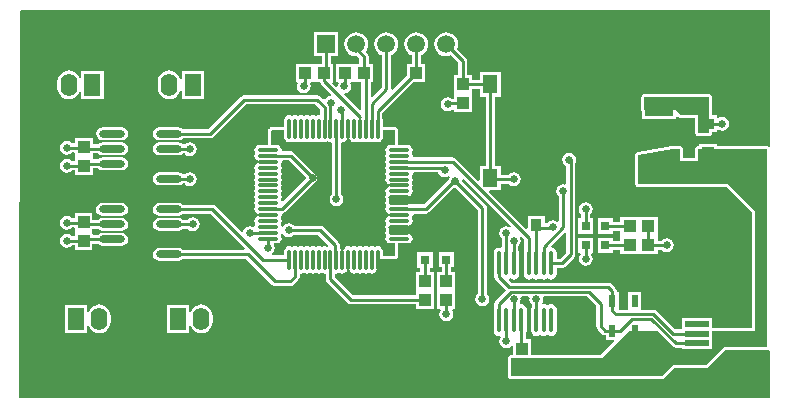
<source format=gtl>
G04*
G04 #@! TF.GenerationSoftware,Altium Limited,Altium Designer,18.1.6 (161)*
G04*
G04 Layer_Physical_Order=1*
G04 Layer_Color=255*
%FSLAX25Y25*%
%MOIN*%
G70*
G01*
G75*
%ADD14C,0.01000*%
%ADD36R,0.09449X0.03937*%
%ADD37R,0.09449X0.12598*%
%ADD38R,0.03937X0.04134*%
%ADD39R,0.04134X0.03937*%
%ADD40R,0.14961X0.09843*%
%ADD41R,0.07874X0.01968*%
%ADD42R,0.02362X0.04331*%
%ADD43R,0.03150X0.03150*%
%ADD44O,0.01378X0.08661*%
%ADD45R,0.03937X0.03740*%
%ADD46R,0.03740X0.03937*%
%ADD47R,0.05118X0.06122*%
%ADD48R,0.03150X0.03150*%
%ADD49O,0.01181X0.07087*%
%ADD50O,0.07087X0.01181*%
%ADD51O,0.08661X0.02362*%
%ADD52C,0.05906*%
%ADD53R,0.05906X0.05906*%
%ADD54O,0.05500X0.07500*%
%ADD55R,0.05500X0.07500*%
%ADD56C,0.02500*%
G36*
X476165Y427151D02*
X475703Y426959D01*
X470410Y432253D01*
X470637Y432733D01*
X471378Y432881D01*
X472122Y433378D01*
X472619Y434122D01*
X472794Y435000D01*
X472619Y435878D01*
X472481Y436086D01*
X472748Y436586D01*
X473820D01*
Y436586D01*
X473985D01*
Y436586D01*
X476165D01*
Y427151D01*
D02*
G37*
G36*
X487500Y415385D02*
X485766D01*
X485145Y415262D01*
X484619Y414911D01*
X484268Y414384D01*
X484144Y413764D01*
X484268Y413143D01*
X484511Y412780D01*
X484268Y412416D01*
X484144Y411795D01*
X484268Y411175D01*
X484511Y410811D01*
X484268Y410447D01*
X484144Y409827D01*
X484268Y409206D01*
X484511Y408843D01*
X484268Y408479D01*
X484144Y407858D01*
X484268Y407238D01*
X484511Y406874D01*
X484268Y406510D01*
X484144Y405890D01*
X484268Y405269D01*
X484511Y404906D01*
X484268Y404542D01*
X484144Y403921D01*
X484268Y403301D01*
X484619Y402774D01*
X485145Y402423D01*
X485766Y402300D01*
X487500D01*
Y401606D01*
X485766D01*
X485145Y401482D01*
X484619Y401131D01*
X484268Y400605D01*
X484144Y399984D01*
X484268Y399364D01*
X484511Y399000D01*
X484268Y398636D01*
X484144Y398016D01*
X484268Y397395D01*
X484511Y397031D01*
X484268Y396668D01*
X484144Y396047D01*
X484268Y395427D01*
X484511Y395063D01*
X484268Y394699D01*
X484144Y394079D01*
X484268Y393458D01*
X484619Y392932D01*
X485145Y392581D01*
X485766Y392457D01*
X487500D01*
Y391763D01*
X485766D01*
X485145Y391640D01*
X484619Y391288D01*
X484268Y390762D01*
X484144Y390142D01*
X484268Y389521D01*
X484511Y389158D01*
X484268Y388794D01*
X484144Y388173D01*
X484268Y387553D01*
X484511Y387189D01*
X484268Y386825D01*
X484144Y386205D01*
X484268Y385584D01*
X484511Y385221D01*
X484268Y384857D01*
X484144Y384236D01*
X484268Y383616D01*
X484619Y383089D01*
X485145Y382738D01*
X485766Y382614D01*
X487500D01*
Y378500D01*
X483254D01*
Y380102D01*
X483130Y380723D01*
X482779Y381249D01*
X482253Y381601D01*
X481632Y381724D01*
X481011Y381601D01*
X480648Y381358D01*
X480284Y381601D01*
X479663Y381724D01*
X479043Y381601D01*
X478679Y381358D01*
X478315Y381601D01*
X477695Y381724D01*
X477074Y381601D01*
X476711Y381358D01*
X476347Y381601D01*
X475726Y381724D01*
X475106Y381601D01*
X474742Y381358D01*
X474378Y381601D01*
X473758Y381724D01*
X473137Y381601D01*
X472774Y381358D01*
X472410Y381601D01*
X471789Y381724D01*
X471169Y381601D01*
X470643Y381249D01*
X470291Y380723D01*
X470168Y380102D01*
Y378500D01*
X469474D01*
Y380102D01*
X469351Y380723D01*
X469004Y381242D01*
Y382023D01*
X468887Y382608D01*
X468556Y383104D01*
X463578Y388081D01*
X463082Y388413D01*
X462497Y388529D01*
X453684D01*
X453622Y388622D01*
X452878Y389120D01*
X452000Y389294D01*
X451122Y389120D01*
X450378Y388622D01*
X450067Y388156D01*
X450008Y388158D01*
X449566Y388307D01*
X449469Y388794D01*
X449226Y389158D01*
X449469Y389521D01*
X449592Y390142D01*
X449469Y390762D01*
X449226Y391126D01*
X449469Y391490D01*
X449592Y392110D01*
X449998Y392633D01*
X450164Y392666D01*
X450660Y392997D01*
X461081Y403419D01*
X461413Y403915D01*
X461529Y404500D01*
X461413Y405085D01*
X461081Y405581D01*
X453786Y412877D01*
X453290Y413208D01*
X452705Y413325D01*
X449899D01*
X449582Y413711D01*
X449592Y413764D01*
X449469Y414384D01*
X449117Y414911D01*
X448591Y415262D01*
X447970Y415385D01*
X446061D01*
X446004Y420144D01*
X446356Y420500D01*
X450483D01*
Y417898D01*
X450606Y417277D01*
X450958Y416751D01*
X451484Y416399D01*
X452104Y416276D01*
X452725Y416399D01*
X453089Y416642D01*
X453452Y416399D01*
X454073Y416276D01*
X454693Y416399D01*
X455057Y416642D01*
X455421Y416399D01*
X456041Y416276D01*
X456662Y416399D01*
X457026Y416642D01*
X457389Y416399D01*
X458010Y416276D01*
X458631Y416399D01*
X458994Y416642D01*
X459358Y416399D01*
X459978Y416276D01*
X460599Y416399D01*
X460963Y416642D01*
X461326Y416399D01*
X461947Y416276D01*
X462568Y416399D01*
X462931Y416642D01*
X463295Y416399D01*
X463915Y416276D01*
X464536Y416399D01*
X464900Y416642D01*
X465263Y416399D01*
X465884Y416276D01*
X465936Y416286D01*
X466323Y415969D01*
Y399037D01*
X466230Y398974D01*
X465733Y398230D01*
X465558Y397352D01*
X465733Y396474D01*
X466230Y395730D01*
X466974Y395233D01*
X467852Y395058D01*
X468730Y395233D01*
X469475Y395730D01*
X469972Y396474D01*
X470146Y397352D01*
X469972Y398230D01*
X469475Y398974D01*
X469382Y399037D01*
Y415969D01*
X469768Y416286D01*
X469821Y416276D01*
X470441Y416399D01*
X470968Y416751D01*
X471319Y417277D01*
X471443Y417898D01*
Y420500D01*
X472136D01*
Y417898D01*
X472260Y417277D01*
X472611Y416751D01*
X473137Y416399D01*
X473758Y416276D01*
X474378Y416399D01*
X474742Y416642D01*
X475106Y416399D01*
X475726Y416276D01*
X476347Y416399D01*
X476711Y416642D01*
X477074Y416399D01*
X477695Y416276D01*
X478315Y416399D01*
X478679Y416642D01*
X479043Y416399D01*
X479663Y416276D01*
X480284Y416399D01*
X480648Y416642D01*
X481011Y416399D01*
X481632Y416276D01*
X482253Y416399D01*
X482779Y416751D01*
X483130Y417277D01*
X483254Y417898D01*
Y420500D01*
X487500D01*
Y415385D01*
D02*
G37*
G36*
X612470Y415156D02*
X611970Y414889D01*
X611890Y414942D01*
X611500Y415020D01*
X594618D01*
Y415870D01*
X588681D01*
Y415020D01*
X588319D01*
X587929Y414942D01*
X587598Y414721D01*
X587377Y414390D01*
X587299Y414000D01*
Y411150D01*
X583401D01*
Y414000D01*
X583324Y414390D01*
X583103Y414721D01*
X582772Y414942D01*
X582382Y415020D01*
X580000D01*
X579914Y415002D01*
X579825Y415004D01*
X568325Y413004D01*
X568220Y412964D01*
X568110Y412942D01*
X568037Y412893D01*
X567954Y412861D01*
X567873Y412783D01*
X567779Y412721D01*
X567730Y412648D01*
X567666Y412587D01*
X567621Y412484D01*
X567558Y412390D01*
X567541Y412304D01*
X567505Y412223D01*
X567502Y412111D01*
X567480Y412000D01*
Y402500D01*
X567558Y402110D01*
X567779Y401779D01*
X568110Y401558D01*
X568500Y401480D01*
X598078D01*
X606480Y393078D01*
Y354520D01*
X592937D01*
Y357634D01*
X583063D01*
Y354029D01*
X580633D01*
X574581Y360081D01*
X574085Y360413D01*
X573500Y360529D01*
X569421D01*
Y366587D01*
X565059D01*
Y360529D01*
X561941D01*
Y366587D01*
X561289D01*
Y366740D01*
X561173Y367325D01*
X560841Y367822D01*
X559581Y369081D01*
X559085Y369413D01*
X558500Y369529D01*
X526133D01*
X525386Y370277D01*
X525456Y370752D01*
X525917Y370991D01*
X526179Y370842D01*
X526367Y370716D01*
X527026Y370585D01*
X527685Y370716D01*
X528243Y371089D01*
X528617Y371648D01*
X528748Y372307D01*
Y379591D01*
X528617Y380250D01*
X528555Y380342D01*
Y381833D01*
X528622Y381878D01*
X529119Y382622D01*
X529294Y383500D01*
X529119Y384378D01*
X528937Y384651D01*
X529326Y384969D01*
X530496Y383799D01*
Y380342D01*
X530435Y380250D01*
X530303Y379591D01*
Y372307D01*
X530435Y371648D01*
X530808Y371089D01*
X531367Y370716D01*
X532026Y370585D01*
X532685Y370716D01*
X532872Y370842D01*
X533276Y371071D01*
X533679Y370842D01*
X533867Y370716D01*
X534526Y370585D01*
X535185Y370716D01*
X535372Y370842D01*
X535776Y371071D01*
X536179Y370842D01*
X536367Y370716D01*
X537026Y370585D01*
X537685Y370716D01*
X537872Y370842D01*
X538276Y371071D01*
X538679Y370842D01*
X538867Y370716D01*
X539526Y370585D01*
X540185Y370716D01*
X540743Y371089D01*
X541117Y371648D01*
X541248Y372307D01*
Y374419D01*
X542949D01*
X543534Y374536D01*
X544030Y374867D01*
X547031Y377869D01*
X547363Y378365D01*
X547479Y378950D01*
Y409412D01*
X547619Y409622D01*
X547794Y410500D01*
X547619Y411378D01*
X547122Y412122D01*
X546378Y412619D01*
X545500Y412794D01*
X544622Y412619D01*
X543878Y412122D01*
X543381Y411378D01*
X543206Y410500D01*
X543381Y409622D01*
X543878Y408878D01*
X544421Y408515D01*
Y402621D01*
X543921Y402210D01*
X543500Y402294D01*
X542622Y402119D01*
X541878Y401622D01*
X541381Y400878D01*
X541206Y400000D01*
X541381Y399122D01*
X541878Y398378D01*
X541971Y398316D01*
Y389932D01*
X541471Y389723D01*
X540878Y390120D01*
X540000Y390294D01*
X539122Y390120D01*
X538378Y389622D01*
X538216Y389380D01*
X537370D01*
Y391645D01*
X531630D01*
Y387644D01*
X531168Y387453D01*
X518793Y399827D01*
X518985Y400289D01*
X522701D01*
Y402471D01*
X525316D01*
X525378Y402378D01*
X526122Y401881D01*
X527000Y401706D01*
X527878Y401881D01*
X528622Y402378D01*
X529119Y403122D01*
X529294Y404000D01*
X529119Y404878D01*
X528622Y405622D01*
X527878Y406119D01*
X527000Y406294D01*
X526122Y406119D01*
X525378Y405622D01*
X525316Y405529D01*
X522701D01*
Y408411D01*
X520671D01*
Y431589D01*
X522701D01*
Y439711D01*
X515583D01*
Y437179D01*
X512968D01*
Y438717D01*
X511529D01*
Y443500D01*
X511413Y444085D01*
X511081Y444582D01*
X508159Y447504D01*
X508351Y447968D01*
X508487Y449000D01*
X508351Y450032D01*
X507953Y450993D01*
X507319Y451819D01*
X506493Y452453D01*
X505532Y452851D01*
X504500Y452987D01*
X503468Y452851D01*
X502507Y452453D01*
X501681Y451819D01*
X501047Y450993D01*
X500649Y450032D01*
X500513Y449000D01*
X500649Y447968D01*
X501047Y447007D01*
X501681Y446181D01*
X502507Y445547D01*
X503468Y445149D01*
X504500Y445013D01*
X505532Y445149D01*
X505996Y445341D01*
X508471Y442867D01*
Y438717D01*
X507031D01*
Y432917D01*
X507031Y432583D01*
X507031Y432083D01*
Y430880D01*
X506237D01*
X505878Y431119D01*
X505000Y431294D01*
X504122Y431119D01*
X503378Y430622D01*
X502881Y429878D01*
X502706Y429000D01*
X502881Y428122D01*
X503378Y427378D01*
X504122Y426881D01*
X505000Y426706D01*
X505878Y426881D01*
X506531Y427317D01*
X506862Y427213D01*
X507031Y427096D01*
Y426284D01*
X512968D01*
Y432083D01*
X512968Y432417D01*
X512968Y432917D01*
Y434120D01*
X515583D01*
Y431589D01*
X517612D01*
Y408411D01*
X515583D01*
Y403691D01*
X515121Y403500D01*
X507713Y410908D01*
X507216Y411240D01*
X506631Y411356D01*
X493600D01*
X493283Y411743D01*
X493293Y411795D01*
X493169Y412416D01*
X492927Y412780D01*
X493169Y413143D01*
X493293Y413764D01*
X493169Y414384D01*
X492818Y414911D01*
X492292Y415262D01*
X491671Y415385D01*
X488520D01*
Y420500D01*
X488442Y420890D01*
X488221Y421221D01*
X487890Y421442D01*
X487500Y421520D01*
X483254D01*
Y423803D01*
X483161Y424267D01*
Y426202D01*
X493545Y436586D01*
X497417D01*
Y442523D01*
X496029D01*
Y445355D01*
X496493Y445547D01*
X497319Y446181D01*
X497953Y447007D01*
X498351Y447968D01*
X498487Y449000D01*
X498351Y450032D01*
X497953Y450993D01*
X497319Y451819D01*
X496493Y452453D01*
X495532Y452851D01*
X494500Y452987D01*
X493468Y452851D01*
X492507Y452453D01*
X491681Y451819D01*
X491047Y450993D01*
X490649Y450032D01*
X490513Y449000D01*
X490649Y447968D01*
X491047Y447007D01*
X491681Y446181D01*
X492507Y445547D01*
X492971Y445355D01*
Y442523D01*
X491284D01*
Y438650D01*
X486516Y433882D01*
X486277Y433940D01*
X486029Y434103D01*
Y445355D01*
X486493Y445547D01*
X487319Y446181D01*
X487953Y447007D01*
X488351Y447968D01*
X488487Y449000D01*
X488351Y450032D01*
X487953Y450993D01*
X487319Y451819D01*
X486493Y452453D01*
X485532Y452851D01*
X484500Y452987D01*
X483468Y452851D01*
X482507Y452453D01*
X481681Y451819D01*
X481047Y450993D01*
X480649Y450032D01*
X480513Y449000D01*
X480649Y447968D01*
X481047Y447007D01*
X481681Y446181D01*
X482507Y445547D01*
X482971Y445355D01*
Y434633D01*
X479686Y431349D01*
X479224Y431540D01*
Y436586D01*
X480119D01*
Y442523D01*
X478582D01*
Y444948D01*
X478465Y445533D01*
X478134Y446029D01*
X477607Y446556D01*
X477953Y447007D01*
X478351Y447968D01*
X478487Y449000D01*
X478351Y450032D01*
X477953Y450993D01*
X477319Y451819D01*
X476493Y452453D01*
X475532Y452851D01*
X474500Y452987D01*
X473468Y452851D01*
X472507Y452453D01*
X471681Y451819D01*
X471047Y450993D01*
X470649Y450032D01*
X470513Y449000D01*
X470649Y447968D01*
X471047Y447007D01*
X471681Y446181D01*
X472507Y445547D01*
X473468Y445149D01*
X474500Y445013D01*
X474786Y445051D01*
X475523Y444314D01*
Y442523D01*
X473985D01*
Y442523D01*
X473820D01*
Y442523D01*
X467686D01*
Y436586D01*
X468323D01*
X468559Y436145D01*
X468381Y435878D01*
X468233Y435137D01*
X467753Y434910D01*
X466545Y436118D01*
X466716Y436531D01*
X466716D01*
Y442469D01*
X466029D01*
Y445047D01*
X468453D01*
Y452953D01*
X460547D01*
Y445047D01*
X462971D01*
Y442469D01*
X460917D01*
X460583Y442469D01*
X460083Y442469D01*
X454284D01*
Y436531D01*
X454787D01*
X455023Y436091D01*
X454881Y435878D01*
X454706Y435000D01*
X454881Y434122D01*
X455378Y433378D01*
X456122Y432881D01*
X457000Y432706D01*
X457878Y432881D01*
X458622Y433378D01*
X459119Y434122D01*
X459294Y435000D01*
X459119Y435878D01*
X459017Y436031D01*
X459270Y436531D01*
X460417Y436531D01*
X460917Y436531D01*
X462184D01*
X462237Y436265D01*
X462568Y435769D01*
X466090Y432247D01*
X465863Y431767D01*
X465122Y431619D01*
X464378Y431122D01*
X464125Y430745D01*
X463482Y430681D01*
X462581Y431581D01*
X462085Y431913D01*
X461500Y432029D01*
X437000D01*
X436415Y431913D01*
X435919Y431581D01*
X425034Y420697D01*
X416764D01*
X416735Y420740D01*
X416013Y421222D01*
X415162Y421391D01*
X408863D01*
X408012Y421222D01*
X407291Y420740D01*
X406809Y420018D01*
X406639Y419167D01*
X406809Y418316D01*
X407291Y417595D01*
X408012Y417113D01*
X408863Y416944D01*
X415162D01*
X416013Y417113D01*
X416735Y417595D01*
X416764Y417638D01*
X425667D01*
X426253Y417754D01*
X426749Y418086D01*
X437634Y428971D01*
X460866D01*
X462386Y427451D01*
Y425732D01*
X461999Y425414D01*
X461947Y425425D01*
X461326Y425301D01*
X460963Y425058D01*
X460599Y425301D01*
X459978Y425425D01*
X459358Y425301D01*
X458994Y425058D01*
X458631Y425301D01*
X458010Y425425D01*
X457389Y425301D01*
X457026Y425058D01*
X456662Y425301D01*
X456041Y425425D01*
X455421Y425301D01*
X455057Y425058D01*
X454693Y425301D01*
X454073Y425425D01*
X453452Y425301D01*
X453089Y425058D01*
X452725Y425301D01*
X452104Y425425D01*
X451484Y425301D01*
X450958Y424950D01*
X450606Y424424D01*
X450483Y423803D01*
Y421520D01*
X446356D01*
X446353Y421519D01*
X446350Y421520D01*
X446158Y421480D01*
X445965Y421442D01*
X445963Y421440D01*
X445960Y421440D01*
X445798Y421330D01*
X445635Y421221D01*
X445633Y421218D01*
X445630Y421217D01*
X445279Y420861D01*
X445277Y420858D01*
X445275Y420857D01*
X445168Y420692D01*
X445060Y420529D01*
X445059Y420526D01*
X445058Y420523D01*
X445022Y420331D01*
X444985Y420138D01*
X444985Y420135D01*
X444985Y420132D01*
X445037Y415741D01*
X444686Y415385D01*
X442065D01*
X441444Y415262D01*
X440918Y414911D01*
X440567Y414384D01*
X440443Y413764D01*
X440567Y413143D01*
X440810Y412780D01*
X440567Y412416D01*
X440443Y411795D01*
X440567Y411175D01*
X440918Y410649D01*
X441444Y410297D01*
X442065Y410174D01*
X447970D01*
X448106Y410201D01*
X448106Y410201D01*
X448319Y409896D01*
X448393Y409756D01*
X448291Y409524D01*
X448209Y409433D01*
X447970Y409480D01*
X442065D01*
X441444Y409356D01*
X440918Y409005D01*
X440567Y408479D01*
X440443Y407858D01*
X440567Y407238D01*
X440810Y406874D01*
X440567Y406510D01*
X440443Y405890D01*
X440567Y405269D01*
X440810Y404906D01*
X440567Y404542D01*
X440443Y403921D01*
X440567Y403301D01*
X440810Y402937D01*
X440567Y402573D01*
X440443Y401953D01*
X440567Y401332D01*
X440810Y400969D01*
X440567Y400605D01*
X440443Y399984D01*
X440567Y399364D01*
X440810Y399000D01*
X440567Y398636D01*
X440443Y398016D01*
X440567Y397395D01*
X440810Y397031D01*
X440567Y396668D01*
X440443Y396047D01*
X440567Y395427D01*
X440810Y395063D01*
X440567Y394699D01*
X440443Y394079D01*
X440567Y393458D01*
X440918Y392932D01*
X441444Y392581D01*
X442065Y392457D01*
X447970D01*
X448089Y392481D01*
X448184Y392378D01*
X448365Y392009D01*
X448251Y391763D01*
X448209Y391716D01*
X447970Y391763D01*
X442065D01*
X441444Y391640D01*
X440918Y391288D01*
X440567Y390762D01*
X440443Y390142D01*
X440567Y389521D01*
X440810Y389158D01*
X440567Y388794D01*
X440473Y388323D01*
X440101Y388100D01*
X439954Y388068D01*
X439878Y388120D01*
X439000Y388294D01*
X438122Y388120D01*
X437378Y387622D01*
X436881Y386878D01*
X436816Y386554D01*
X436274Y386389D01*
X427581Y395081D01*
X427085Y395413D01*
X426500Y395529D01*
X416700D01*
X416671Y395572D01*
X415949Y396055D01*
X415098Y396224D01*
X408799D01*
X407948Y396055D01*
X407227Y395572D01*
X406745Y394851D01*
X406575Y394000D01*
X406745Y393149D01*
X407227Y392427D01*
X407948Y391945D01*
X408799Y391776D01*
X415098D01*
X415949Y391945D01*
X416671Y392427D01*
X416700Y392471D01*
X425867D01*
X437346Y380991D01*
X437154Y380529D01*
X416700D01*
X416671Y380573D01*
X415949Y381055D01*
X415098Y381224D01*
X408799D01*
X407948Y381055D01*
X407227Y380573D01*
X406745Y379851D01*
X406575Y379000D01*
X406745Y378149D01*
X407227Y377428D01*
X407948Y376945D01*
X408799Y376776D01*
X415098D01*
X415949Y376945D01*
X416671Y377428D01*
X416700Y377471D01*
X437866D01*
X446419Y368919D01*
X446915Y368587D01*
X447500Y368471D01*
X452500D01*
X453085Y368587D01*
X453581Y368919D01*
X455154Y370491D01*
X455486Y370988D01*
X455602Y371573D01*
Y372268D01*
X455989Y372586D01*
X456041Y372575D01*
X456662Y372699D01*
X457026Y372942D01*
X457389Y372699D01*
X458010Y372575D01*
X458630Y372699D01*
X458994Y372942D01*
X459358Y372699D01*
X459978Y372575D01*
X460599Y372699D01*
X460963Y372942D01*
X461326Y372699D01*
X461947Y372575D01*
X462567Y372699D01*
X462931Y372942D01*
X463295Y372699D01*
X463915Y372575D01*
X463968Y372586D01*
X464355Y372268D01*
Y370616D01*
X464471Y370031D01*
X464802Y369535D01*
X471568Y362769D01*
X472064Y362437D01*
X472650Y362321D01*
X494428D01*
Y360784D01*
X500365D01*
Y366583D01*
X500365Y366917D01*
X500365Y367417D01*
Y373217D01*
X498926D01*
Y374580D01*
X499971D01*
Y379729D01*
X494822D01*
Y374580D01*
X495867D01*
Y373217D01*
X494428D01*
Y367417D01*
X494428Y367083D01*
X494428Y366583D01*
Y365380D01*
X473283D01*
X467413Y371250D01*
Y372268D01*
X467800Y372586D01*
X467852Y372575D01*
X468473Y372699D01*
X468837Y372942D01*
X469200Y372699D01*
X469821Y372575D01*
X470441Y372699D01*
X470968Y373050D01*
X471319Y373576D01*
X471443Y374197D01*
Y380102D01*
X471383Y380400D01*
X471785Y380678D01*
X472195Y380400D01*
X472136Y380102D01*
Y374197D01*
X472260Y373576D01*
X472611Y373050D01*
X473137Y372699D01*
X473758Y372575D01*
X474378Y372699D01*
X474742Y372942D01*
X475106Y372699D01*
X475726Y372575D01*
X476347Y372699D01*
X476711Y372942D01*
X477074Y372699D01*
X477695Y372575D01*
X478315Y372699D01*
X478679Y372942D01*
X479043Y372699D01*
X479663Y372575D01*
X480284Y372699D01*
X480810Y373050D01*
X481162Y373576D01*
X481285Y374197D01*
Y380102D01*
X481247Y380294D01*
X481643Y380608D01*
X482064Y380483D01*
X482170Y380325D01*
X482234Y380002D01*
Y378500D01*
X482312Y378110D01*
X482533Y377779D01*
X482863Y377558D01*
X483254Y377480D01*
X487500D01*
X487890Y377558D01*
X488221Y377779D01*
X488442Y378110D01*
X488520Y378500D01*
Y382614D01*
X491671D01*
X492292Y382738D01*
X492818Y383089D01*
X493169Y383616D01*
X493293Y384236D01*
X493169Y384857D01*
X492818Y385383D01*
X492292Y385735D01*
X491671Y385858D01*
X485766D01*
X485671Y385839D01*
X485203Y386191D01*
X485186Y386215D01*
X485228Y386427D01*
X485358Y386623D01*
X485510Y386990D01*
Y387388D01*
X485358Y387755D01*
X485213Y388195D01*
X485671Y388539D01*
X485766Y388520D01*
X491671D01*
X492292Y388644D01*
X492818Y388995D01*
X493169Y389521D01*
X493293Y390142D01*
X493169Y390762D01*
X492927Y391126D01*
X493169Y391490D01*
X493293Y392110D01*
X493283Y392163D01*
X493600Y392549D01*
X497579D01*
X498164Y392666D01*
X498660Y392997D01*
X506974Y401311D01*
X507500Y401206D01*
X507609Y401228D01*
X514971Y393866D01*
Y365684D01*
X514878Y365622D01*
X514381Y364878D01*
X514206Y364000D01*
X514381Y363122D01*
X514878Y362378D01*
X515622Y361880D01*
X516500Y361706D01*
X517378Y361880D01*
X518122Y362378D01*
X518619Y363122D01*
X518794Y364000D01*
X518619Y364878D01*
X518122Y365622D01*
X518029Y365684D01*
Y394500D01*
X517913Y395085D01*
X517581Y395581D01*
X509772Y403391D01*
X509794Y403500D01*
X509721Y403867D01*
X510182Y404113D01*
X525969Y388326D01*
X525651Y387937D01*
X525378Y388120D01*
X524500Y388294D01*
X523622Y388120D01*
X522878Y387622D01*
X522381Y386878D01*
X522206Y386000D01*
X522381Y385122D01*
X522878Y384378D01*
X522996Y384299D01*
Y381529D01*
X522496Y381219D01*
X522026Y381313D01*
X521367Y381182D01*
X520808Y380808D01*
X520435Y380250D01*
X520303Y379591D01*
Y372307D01*
X520435Y371648D01*
X520471Y371594D01*
Y371500D01*
X520587Y370915D01*
X520919Y370419D01*
X524337Y367000D01*
X520944Y363607D01*
X520613Y363111D01*
X520496Y362526D01*
Y361444D01*
X520435Y361352D01*
X520303Y360693D01*
Y353409D01*
X520435Y352750D01*
X520808Y352192D01*
X521367Y351818D01*
X522026Y351687D01*
X522365Y351755D01*
X522666Y351305D01*
X522381Y350878D01*
X522206Y350000D01*
X522381Y349122D01*
X522878Y348378D01*
X523622Y347881D01*
X524500Y347706D01*
X525378Y347881D01*
X526122Y348378D01*
X526221Y348526D01*
X526721Y348375D01*
Y345520D01*
X526000D01*
X525610Y345442D01*
X525279Y345221D01*
X525058Y344890D01*
X524980Y344500D01*
Y338500D01*
X525058Y338110D01*
X525279Y337779D01*
X525610Y337558D01*
X526000Y337480D01*
X576500D01*
X576890Y337558D01*
X577221Y337779D01*
X580422Y340980D01*
X591000D01*
X591390Y341058D01*
X591721Y341279D01*
X597422Y346980D01*
X611500D01*
X611890Y347058D01*
X611970Y347111D01*
X612470Y346844D01*
Y331000D01*
X362341D01*
X361988Y331354D01*
X362470Y459942D01*
X362970Y460442D01*
X612470D01*
Y415156D01*
D02*
G37*
G36*
X611500Y348000D02*
X597000D01*
X591000Y342000D01*
X580000D01*
X576500Y338500D01*
X526000D01*
Y344500D01*
X556500D01*
X565500Y353500D01*
X574716D01*
X579947Y348269D01*
X580443Y347937D01*
X581028Y347821D01*
X583063D01*
Y347366D01*
X592937D01*
Y350516D01*
Y353500D01*
X607500D01*
Y393500D01*
X598500Y402500D01*
X568500D01*
Y412000D01*
X580000Y414000D01*
X582382D01*
Y410130D01*
X588319D01*
Y414000D01*
X611500D01*
Y348000D01*
D02*
G37*
G36*
X501881Y406122D02*
X502378Y405378D01*
X503122Y404881D01*
X504000Y404706D01*
X504878Y404881D01*
X505306Y405167D01*
X505667Y404806D01*
X505381Y404378D01*
X505298Y403960D01*
X496945Y395608D01*
X492135D01*
X491671Y395701D01*
X485766D01*
X485671Y395682D01*
X485213Y396025D01*
X485358Y396465D01*
X485510Y396833D01*
Y397230D01*
X485358Y397598D01*
X485213Y398038D01*
X485671Y398381D01*
X485766Y398362D01*
X491671D01*
X492292Y398486D01*
X492818Y398837D01*
X493169Y399364D01*
X493293Y399984D01*
X493169Y400605D01*
X492927Y400969D01*
X493169Y401332D01*
X493293Y401953D01*
X493169Y402573D01*
X492927Y402937D01*
X493169Y403301D01*
X493293Y403921D01*
X493169Y404542D01*
X492927Y404906D01*
X493169Y405269D01*
X493293Y405890D01*
X493283Y405942D01*
X493600Y406329D01*
X501839D01*
X501881Y406122D01*
D02*
G37*
G36*
X457837Y404500D02*
X450049Y396712D01*
X449539Y396826D01*
X449359Y397231D01*
X449469Y397395D01*
X449592Y398016D01*
X449469Y398636D01*
X449226Y399000D01*
X449469Y399364D01*
X449592Y399984D01*
X449469Y400605D01*
X449226Y400969D01*
X449469Y401332D01*
X449592Y401953D01*
X449469Y402573D01*
X449226Y402937D01*
X449469Y403301D01*
X449592Y403921D01*
X449469Y404542D01*
X449226Y404906D01*
X449469Y405269D01*
X449592Y405890D01*
X449469Y406510D01*
X449226Y406874D01*
X449469Y407238D01*
X449592Y407858D01*
X449469Y408479D01*
X449226Y408843D01*
X449469Y409206D01*
X449592Y409827D01*
X449582Y409879D01*
X449899Y410266D01*
X452071D01*
X457837Y404500D01*
D02*
G37*
G36*
X450378Y385378D02*
X451122Y384880D01*
X452000Y384706D01*
X452878Y384880D01*
X453622Y385378D01*
X453684Y385471D01*
X461864D01*
X465112Y382222D01*
X465001Y381680D01*
X464652Y381523D01*
X464536Y381601D01*
X463915Y381724D01*
X463295Y381601D01*
X462931Y381358D01*
X462567Y381601D01*
X461947Y381724D01*
X461326Y381601D01*
X460963Y381358D01*
X460599Y381601D01*
X459978Y381724D01*
X459358Y381601D01*
X458994Y381358D01*
X458630Y381601D01*
X458010Y381724D01*
X457389Y381601D01*
X457026Y381358D01*
X456662Y381601D01*
X456041Y381724D01*
X455421Y381601D01*
X455057Y381358D01*
X454693Y381601D01*
X454073Y381724D01*
X453452Y381601D01*
X453089Y381358D01*
X452725Y381601D01*
X452104Y381724D01*
X451484Y381601D01*
X450958Y381249D01*
X450606Y380723D01*
X450483Y380102D01*
Y378679D01*
X446498D01*
X446491Y379290D01*
X446622Y379378D01*
X447119Y380122D01*
X447294Y381000D01*
X447119Y381878D01*
X446922Y382173D01*
X447158Y382614D01*
X447970D01*
X448591Y382738D01*
X449117Y383089D01*
X449469Y383616D01*
X449592Y384236D01*
X449469Y384857D01*
X449226Y385221D01*
X449469Y385584D01*
X449508Y385780D01*
X450038Y385886D01*
X450378Y385378D01*
D02*
G37*
G36*
X544421Y386140D02*
Y379584D01*
X542315Y377478D01*
X541248D01*
Y379591D01*
X541117Y380250D01*
X540743Y380808D01*
X540185Y381182D01*
X539627Y381292D01*
X539472Y381586D01*
X539430Y381803D01*
X543959Y386331D01*
X544421Y386140D01*
D02*
G37*
G36*
X554471Y361866D02*
Y355000D01*
X554587Y354415D01*
X554919Y353919D01*
X556340Y352497D01*
X556836Y352166D01*
X557421Y352049D01*
X557579D01*
Y350413D01*
X560318D01*
X560509Y349952D01*
X556078Y345520D01*
X532658D01*
Y350653D01*
X531055D01*
Y352658D01*
X531117Y352750D01*
X531248Y353409D01*
Y360693D01*
X531117Y361352D01*
X530743Y361911D01*
X530185Y362284D01*
X529526Y362415D01*
X529206Y362351D01*
X528905Y362801D01*
X529119Y363122D01*
X529294Y364000D01*
X529201Y364471D01*
X529611Y364971D01*
X531889D01*
X532300Y364471D01*
X532206Y364000D01*
X532381Y363122D01*
X532878Y362378D01*
X532996Y362299D01*
Y361444D01*
X532935Y361352D01*
X532803Y360693D01*
Y353409D01*
X532935Y352750D01*
X533308Y352192D01*
X533867Y351818D01*
X534526Y351687D01*
X535185Y351818D01*
X535372Y351944D01*
X535776Y352173D01*
X536179Y351944D01*
X536367Y351818D01*
X537026Y351687D01*
X537685Y351818D01*
X537872Y351944D01*
X538276Y352173D01*
X538679Y351944D01*
X538867Y351818D01*
X539526Y351687D01*
X540185Y351818D01*
X540743Y352192D01*
X541117Y352750D01*
X541248Y353409D01*
Y360693D01*
X541117Y361352D01*
X540743Y361911D01*
X540185Y362284D01*
X539526Y362415D01*
X538867Y362284D01*
X538679Y362158D01*
X538276Y361929D01*
X537872Y362158D01*
X537685Y362284D01*
X537026Y362415D01*
X536706Y362351D01*
X536405Y362801D01*
X536619Y363122D01*
X536794Y364000D01*
X536700Y364471D01*
X537111Y364971D01*
X551367D01*
X554471Y361866D01*
D02*
G37*
%LPC*%
G36*
X412126Y440282D02*
X411147Y440154D01*
X410235Y439776D01*
X409451Y439175D01*
X408850Y438391D01*
X408472Y437479D01*
X408344Y436500D01*
Y434500D01*
X408472Y433521D01*
X408850Y432609D01*
X409451Y431825D01*
X410235Y431224D01*
X411147Y430847D01*
X412126Y430718D01*
X413105Y430847D01*
X414017Y431224D01*
X414801Y431825D01*
X415402Y432609D01*
X415779Y433521D01*
X416250Y433412D01*
Y430750D01*
X423750D01*
Y440250D01*
X416250D01*
Y437588D01*
X415779Y437479D01*
X415402Y438391D01*
X414801Y439175D01*
X414017Y439776D01*
X413105Y440154D01*
X412126Y440282D01*
D02*
G37*
G36*
X378626D02*
X377647Y440154D01*
X376735Y439776D01*
X375952Y439175D01*
X375350Y438391D01*
X374973Y437479D01*
X374844Y436500D01*
Y434500D01*
X374973Y433521D01*
X375350Y432609D01*
X375952Y431825D01*
X376735Y431224D01*
X377647Y430847D01*
X378626Y430718D01*
X379605Y430847D01*
X380517Y431224D01*
X381300Y431825D01*
X381902Y432609D01*
X382279Y433521D01*
X382750Y433412D01*
Y430750D01*
X390250D01*
Y440250D01*
X382750D01*
Y437588D01*
X382279Y437479D01*
X381902Y438391D01*
X381300Y439175D01*
X380517Y439776D01*
X379605Y440154D01*
X378626Y440282D01*
D02*
G37*
G36*
X592000Y432520D02*
X570500D01*
X570110Y432442D01*
X569779Y432221D01*
X569558Y431890D01*
X569480Y431500D01*
Y427000D01*
X569558Y426610D01*
X569693Y426408D01*
Y424087D01*
X581142D01*
Y424763D01*
X581604Y424954D01*
X581909Y424649D01*
X582240Y424428D01*
X582630Y424351D01*
X587299D01*
Y419681D01*
X587377Y419291D01*
X587598Y418960D01*
X587779Y418779D01*
X588110Y418558D01*
X588500Y418480D01*
X592000D01*
X592390Y418558D01*
X592721Y418779D01*
X592942Y419110D01*
X593020Y419500D01*
Y419630D01*
X594618D01*
Y420450D01*
X595118Y420717D01*
X595622Y420381D01*
X596500Y420206D01*
X597378Y420381D01*
X598122Y420878D01*
X598619Y421622D01*
X598794Y422500D01*
X598619Y423378D01*
X598122Y424122D01*
X597378Y424619D01*
X596500Y424794D01*
X595622Y424619D01*
X595118Y424283D01*
X594618Y424550D01*
Y425370D01*
X593020D01*
Y431500D01*
X592942Y431890D01*
X592721Y432221D01*
X592390Y432442D01*
X592000Y432520D01*
D02*
G37*
G36*
X396265Y421391D02*
X389966D01*
X389114Y421222D01*
X388393Y420740D01*
X387911Y420018D01*
X387742Y419167D01*
X387911Y418316D01*
X388393Y417595D01*
X389114Y417113D01*
X389966Y416944D01*
X396265D01*
X397116Y417113D01*
X397837Y417595D01*
X398319Y418316D01*
X398489Y419167D01*
X398319Y420018D01*
X397837Y420740D01*
X397116Y421222D01*
X396265Y421391D01*
D02*
G37*
G36*
X386618Y417884D02*
X380681D01*
Y416029D01*
X379684D01*
X379622Y416122D01*
X378878Y416619D01*
X378000Y416794D01*
X377122Y416619D01*
X376378Y416122D01*
X375881Y415378D01*
X375706Y414500D01*
X375881Y413622D01*
X376378Y412878D01*
X377122Y412381D01*
X378000Y412206D01*
X378878Y412381D01*
X379622Y412878D01*
X379684Y412971D01*
X380328D01*
X380681Y412617D01*
X380681Y411750D01*
X380681Y411250D01*
Y410029D01*
X379684D01*
X379622Y410122D01*
X378878Y410619D01*
X378000Y410794D01*
X377122Y410619D01*
X376378Y410122D01*
X375881Y409378D01*
X375706Y408500D01*
X375881Y407622D01*
X376378Y406878D01*
X377122Y406381D01*
X378000Y406206D01*
X378878Y406381D01*
X379622Y406878D01*
X379684Y406971D01*
X380681D01*
Y405451D01*
X386618D01*
Y407638D01*
X388364D01*
X388393Y407595D01*
X389114Y407113D01*
X389966Y406944D01*
X396265D01*
X397116Y407113D01*
X397837Y407595D01*
X398319Y408316D01*
X398489Y409167D01*
X398319Y410018D01*
X397837Y410740D01*
X397116Y411222D01*
X396265Y411391D01*
X389966D01*
X389114Y411222D01*
X388393Y410740D01*
X388364Y410697D01*
X386972D01*
X386618Y411050D01*
X386618Y411585D01*
X386618Y412085D01*
Y412638D01*
X388364D01*
X388393Y412595D01*
X389114Y412113D01*
X389966Y411943D01*
X396265D01*
X397116Y412113D01*
X397837Y412595D01*
X398319Y413316D01*
X398489Y414167D01*
X398319Y415018D01*
X397837Y415740D01*
X397116Y416222D01*
X396265Y416391D01*
X389966D01*
X389114Y416222D01*
X388393Y415740D01*
X388364Y415697D01*
X386618D01*
Y417884D01*
D02*
G37*
G36*
X415162Y416391D02*
X408863D01*
X408012Y416222D01*
X407291Y415740D01*
X406809Y415018D01*
X406639Y414167D01*
X406809Y413316D01*
X407291Y412595D01*
X408012Y412113D01*
X408863Y411943D01*
X415162D01*
X416013Y412113D01*
X416735Y412595D01*
X416740Y412603D01*
X417228D01*
X417378Y412378D01*
X418122Y411881D01*
X419000Y411706D01*
X419878Y411881D01*
X420622Y412378D01*
X421119Y413122D01*
X421294Y414000D01*
X421119Y414878D01*
X420622Y415622D01*
X419878Y416119D01*
X419000Y416294D01*
X418122Y416119D01*
X417489Y415697D01*
X416764D01*
X416735Y415740D01*
X416013Y416222D01*
X415162Y416391D01*
D02*
G37*
G36*
Y406391D02*
X408863D01*
X408012Y406222D01*
X407291Y405740D01*
X406809Y405018D01*
X406639Y404167D01*
X406809Y403316D01*
X407291Y402595D01*
X408012Y402113D01*
X408863Y401943D01*
X415162D01*
X416013Y402113D01*
X416735Y402595D01*
X416740Y402603D01*
X417228D01*
X417378Y402378D01*
X418122Y401881D01*
X419000Y401706D01*
X419878Y401881D01*
X420622Y402378D01*
X421119Y403122D01*
X421294Y404000D01*
X421119Y404878D01*
X420622Y405622D01*
X419878Y406119D01*
X419000Y406294D01*
X418122Y406119D01*
X417489Y405697D01*
X416764D01*
X416735Y405740D01*
X416013Y406222D01*
X415162Y406391D01*
D02*
G37*
G36*
X396201Y396224D02*
X389902D01*
X389051Y396055D01*
X388329Y395572D01*
X387847Y394851D01*
X387678Y394000D01*
X387847Y393149D01*
X388329Y392427D01*
X389051Y391945D01*
X389902Y391776D01*
X396201D01*
X397052Y391945D01*
X397773Y392427D01*
X398255Y393149D01*
X398425Y394000D01*
X398255Y394851D01*
X397773Y395572D01*
X397052Y396055D01*
X396201Y396224D01*
D02*
G37*
G36*
X386554Y392717D02*
X380617D01*
Y391029D01*
X379684D01*
X379622Y391122D01*
X378878Y391619D01*
X378000Y391794D01*
X377122Y391619D01*
X376378Y391122D01*
X375881Y390378D01*
X375706Y389500D01*
X375881Y388622D01*
X376378Y387878D01*
X377122Y387381D01*
X378000Y387206D01*
X378878Y387381D01*
X379622Y387878D01*
X379684Y387971D01*
X380264D01*
X380617Y387617D01*
X380617Y386583D01*
X380617Y386083D01*
Y385029D01*
X379684D01*
X379622Y385122D01*
X378878Y385619D01*
X378000Y385794D01*
X377122Y385619D01*
X376378Y385122D01*
X375881Y384378D01*
X375706Y383500D01*
X375881Y382622D01*
X376378Y381878D01*
X377122Y381381D01*
X378000Y381206D01*
X378878Y381381D01*
X379622Y381878D01*
X379684Y381971D01*
X380617D01*
Y380283D01*
X386554D01*
Y382471D01*
X388300D01*
X388329Y382428D01*
X389051Y381945D01*
X389902Y381776D01*
X396201D01*
X397052Y381945D01*
X397773Y382428D01*
X398255Y383149D01*
X398425Y384000D01*
X398255Y384851D01*
X397773Y385573D01*
X397052Y386055D01*
X396201Y386224D01*
X389902D01*
X389051Y386055D01*
X388329Y385573D01*
X388300Y385529D01*
X386908D01*
X386554Y385883D01*
X386554Y386417D01*
X386554Y386917D01*
Y387471D01*
X388300D01*
X388329Y387427D01*
X389051Y386945D01*
X389902Y386776D01*
X396201D01*
X397052Y386945D01*
X397773Y387427D01*
X398255Y388149D01*
X398425Y389000D01*
X398255Y389851D01*
X397773Y390573D01*
X397052Y391055D01*
X396201Y391224D01*
X389902D01*
X389051Y391055D01*
X388329Y390573D01*
X388300Y390529D01*
X386554D01*
Y392717D01*
D02*
G37*
G36*
X420000Y391294D02*
X419122Y391120D01*
X418378Y390622D01*
X418316Y390529D01*
X416700D01*
X416671Y390573D01*
X415949Y391055D01*
X415098Y391224D01*
X408799D01*
X407948Y391055D01*
X407227Y390573D01*
X406745Y389851D01*
X406575Y389000D01*
X406745Y388149D01*
X407227Y387427D01*
X407948Y386945D01*
X408799Y386776D01*
X415098D01*
X415949Y386945D01*
X416671Y387427D01*
X416700Y387471D01*
X418316D01*
X418378Y387378D01*
X419122Y386880D01*
X420000Y386706D01*
X420878Y386880D01*
X421622Y387378D01*
X422119Y388122D01*
X422294Y389000D01*
X422119Y389878D01*
X421622Y390622D01*
X420878Y391120D01*
X420000Y391294D01*
D02*
G37*
G36*
X568807Y391365D02*
X568307Y391365D01*
X562508D01*
Y389926D01*
X560047D01*
Y390971D01*
X554898D01*
Y385822D01*
X560047D01*
Y386867D01*
X562508D01*
Y385469D01*
X562508Y385428D01*
Y384968D01*
X562508Y384928D01*
Y383529D01*
X560047D01*
Y384575D01*
X554898D01*
Y379425D01*
X560047D01*
Y380471D01*
X562508D01*
Y379031D01*
X568307D01*
X568642Y379031D01*
X569142Y379031D01*
X574941D01*
Y380471D01*
X576316D01*
X576378Y380378D01*
X577122Y379880D01*
X578000Y379706D01*
X578878Y379880D01*
X579622Y380378D01*
X580119Y381122D01*
X580294Y382000D01*
X580119Y382878D01*
X579622Y383622D01*
X578878Y384120D01*
X578000Y384294D01*
X577122Y384120D01*
X576378Y383622D01*
X576316Y383529D01*
X574941D01*
Y384968D01*
X574941D01*
Y385428D01*
X574941D01*
Y391365D01*
X569142D01*
X568807Y391365D01*
D02*
G37*
G36*
X551000Y396294D02*
X550122Y396119D01*
X549378Y395622D01*
X548881Y394878D01*
X548706Y394000D01*
X548881Y393122D01*
X549378Y392378D01*
X549447Y392332D01*
Y390971D01*
X548402D01*
Y385822D01*
X553551D01*
Y390971D01*
X552506D01*
Y392300D01*
X552622Y392378D01*
X553119Y393122D01*
X553294Y394000D01*
X553119Y394878D01*
X552622Y395622D01*
X551878Y396119D01*
X551000Y396294D01*
D02*
G37*
G36*
X553551Y384575D02*
X548402D01*
Y379425D01*
X549000D01*
X549246Y378925D01*
X548881Y378378D01*
X548706Y377500D01*
X548881Y376622D01*
X549378Y375878D01*
X550122Y375380D01*
X551000Y375206D01*
X551878Y375380D01*
X552622Y375878D01*
X553119Y376622D01*
X553294Y377500D01*
X553119Y378378D01*
X552754Y378925D01*
X553000Y379425D01*
X553551D01*
Y384575D01*
D02*
G37*
G36*
X422874Y362282D02*
X421895Y362154D01*
X420983Y361776D01*
X420199Y361175D01*
X419598Y360391D01*
X419220Y359479D01*
X418750Y359588D01*
Y362250D01*
X411250D01*
Y352750D01*
X418750D01*
Y355412D01*
X419220Y355521D01*
X419598Y354609D01*
X420199Y353825D01*
X420983Y353224D01*
X421895Y352847D01*
X422874Y352718D01*
X423853Y352847D01*
X424765Y353224D01*
X425549Y353825D01*
X426150Y354609D01*
X426528Y355521D01*
X426656Y356500D01*
Y358500D01*
X426528Y359479D01*
X426150Y360391D01*
X425549Y361175D01*
X424765Y361776D01*
X423853Y362154D01*
X422874Y362282D01*
D02*
G37*
G36*
X388874D02*
X387895Y362154D01*
X386983Y361776D01*
X386199Y361175D01*
X385598Y360391D01*
X385221Y359479D01*
X384750Y359588D01*
Y362250D01*
X377250D01*
Y352750D01*
X384750D01*
Y355412D01*
X385221Y355521D01*
X385598Y354609D01*
X386199Y353825D01*
X386983Y353224D01*
X387895Y352847D01*
X388874Y352718D01*
X389853Y352847D01*
X390765Y353224D01*
X391548Y353825D01*
X392150Y354609D01*
X392528Y355521D01*
X392656Y356500D01*
Y358500D01*
X392528Y359479D01*
X392150Y360391D01*
X391548Y361175D01*
X390765Y361776D01*
X389853Y362154D01*
X388874Y362282D01*
D02*
G37*
G36*
X507075Y379827D02*
X501925D01*
Y374677D01*
X502971D01*
Y373217D01*
X501532D01*
Y367417D01*
X501532Y367083D01*
X501532Y366583D01*
Y360784D01*
X502384D01*
X502652Y360283D01*
X502381Y359878D01*
X502206Y359000D01*
X502381Y358122D01*
X502878Y357378D01*
X503622Y356880D01*
X504500Y356706D01*
X505378Y356880D01*
X506122Y357378D01*
X506619Y358122D01*
X506794Y359000D01*
X506619Y359878D01*
X506349Y360283D01*
X506616Y360784D01*
X507469D01*
Y366583D01*
X507469Y366917D01*
X507469Y367417D01*
Y373217D01*
X506029D01*
Y374677D01*
X507075D01*
Y379827D01*
D02*
G37*
%LPD*%
G36*
X592000Y424029D02*
X591650D01*
X591064Y423913D01*
X590568Y423581D01*
X590237Y423085D01*
X590120Y422500D01*
X590237Y421915D01*
X590568Y421419D01*
X591064Y421087D01*
X591650Y420971D01*
X592000D01*
Y419500D01*
X588500D01*
X588319Y419681D01*
Y425370D01*
X582630D01*
X581000Y427000D01*
X570500D01*
Y431500D01*
X592000D01*
Y424029D01*
D02*
G37*
D14*
X494350Y439554D02*
X494500Y439704D01*
X481632Y426836D02*
X494350Y439554D01*
X481632Y420850D02*
Y426836D01*
X558500Y368000D02*
X559760Y366740D01*
X525500Y368000D02*
X558500D01*
X522000Y371500D02*
X525500Y368000D01*
X552000Y366500D02*
X556000Y362500D01*
X526000Y366500D02*
X552000D01*
X522026Y362526D02*
X526000Y366500D01*
X506631Y409827D02*
X532026Y384432D01*
X488719Y409827D02*
X506631D01*
X532026Y375949D02*
Y384432D01*
X534526Y375949D02*
Y387825D01*
X534500Y387850D02*
X534526Y387825D01*
X527000Y383500D02*
X527026Y383474D01*
X524526Y375949D02*
Y386500D01*
X527026Y375949D02*
Y383474D01*
X452000Y387000D02*
X462497D01*
X467474Y382023D01*
X469500Y427000D02*
X469821Y426679D01*
Y420850D02*
Y426679D01*
X470500Y435000D02*
X470753Y435253D01*
Y439554D01*
X457000Y435000D02*
X457350Y435350D01*
Y439500D01*
X505000Y429000D02*
X505350Y429350D01*
X510000D01*
X411949Y389000D02*
X420000D01*
X418833Y414167D02*
X419000Y414000D01*
X412013Y414167D02*
X418833D01*
X591650Y422500D02*
X596500D01*
X504500Y359000D02*
Y363850D01*
X467474Y377528D02*
Y382023D01*
Y377528D02*
X467852Y377150D01*
X467852Y397352D02*
Y420850D01*
X516500Y364000D02*
Y394500D01*
X507500Y403500D02*
X516500Y394500D01*
X507000Y403500D02*
X507500D01*
X497579Y394079D02*
X507000Y403500D01*
X488719Y394079D02*
X497579D01*
X445018D02*
X449579D01*
X460000Y404500D01*
X452705Y411795D02*
X460000Y404500D01*
X445018Y411795D02*
X452705D01*
X571874Y382000D02*
X578000D01*
X571874D02*
Y388397D01*
X445000Y381000D02*
X445018Y381018D01*
Y384236D01*
X439000Y386000D02*
X439205Y386205D01*
X445018D01*
X426500Y394000D02*
X443350Y377150D01*
X452104D01*
X537026Y381561D02*
X543500Y388035D01*
X537026Y375949D02*
Y381561D01*
X542949Y375949D02*
X545950Y378950D01*
Y410050D01*
X545500Y410500D02*
X545950Y410050D01*
X543500Y388035D02*
Y400000D01*
X534500Y387850D02*
X539850D01*
X540000Y388000D01*
X550976Y393976D02*
X551000Y394000D01*
X550976Y388397D02*
Y393976D01*
Y377524D02*
X551000Y377500D01*
X550976Y377524D02*
Y382000D01*
X503142Y407858D02*
X504000Y407000D01*
X488719Y407858D02*
X503142D01*
X539526Y375949D02*
X542949D01*
X534526Y357051D02*
Y363974D01*
X534500Y364000D02*
X534526Y363974D01*
X524500Y350000D02*
X524526Y350026D01*
Y357051D01*
X559760Y353579D02*
X562479D01*
X566401Y357500D01*
X572879D01*
X581028Y349350D01*
X588000D01*
X580000Y352500D02*
X588000D01*
X573500Y359000D02*
X580000Y352500D01*
X561000Y359000D02*
X573500D01*
X559760Y360240D02*
X561000Y359000D01*
X559760Y360240D02*
Y363421D01*
X519142Y404350D02*
X519492Y404000D01*
X527000D01*
Y364000D02*
X527026Y363974D01*
Y357051D02*
Y363974D01*
X557421Y353579D02*
X559760D01*
X556000Y355000D02*
X557421Y353579D01*
X556000Y355000D02*
Y362500D01*
X522026Y357051D02*
Y362526D01*
X522000Y371500D02*
Y375138D01*
X559760Y363421D02*
Y366740D01*
X565575Y388397D02*
X565575Y388397D01*
X557473Y388397D02*
X565575D01*
X557473Y382000D02*
X565575D01*
X529526Y347750D02*
X529690Y347586D01*
X529526Y347750D02*
Y357051D01*
X463650Y436850D02*
X475726Y424774D01*
X463650Y436850D02*
Y439500D01*
X461500Y430500D02*
X463915Y428085D01*
Y420850D02*
Y428085D01*
X477052Y439554D02*
X477695Y438911D01*
Y420850D02*
Y438911D01*
X479663Y420850D02*
Y429163D01*
X484500Y434000D01*
Y449000D01*
X504500D02*
X510000Y443500D01*
Y435650D02*
Y443500D01*
X519142Y404350D02*
Y435650D01*
X519142Y435650D02*
X519142Y435650D01*
X510000Y435650D02*
X519142D01*
X494500Y439704D02*
Y449000D01*
X477052Y439554D02*
Y444948D01*
X474500Y447500D02*
X477052Y444948D01*
X474500Y447500D02*
Y449000D01*
X463650Y439500D02*
X464500Y440350D01*
Y449000D01*
X378000Y414500D02*
X383333D01*
X378000Y408500D02*
X383632D01*
X383436Y383500D02*
X383586Y383350D01*
X378000Y383500D02*
X383436D01*
X383436Y389500D02*
X383586Y389650D01*
X378000Y389500D02*
X383436D01*
X418833Y404167D02*
X419000Y404000D01*
X412013Y404167D02*
X418833D01*
X465884Y429384D02*
X466000Y429500D01*
X465884Y420850D02*
Y429384D01*
X412013Y419167D02*
X425667D01*
X437000Y430500D01*
X461500D01*
X472650Y363850D02*
X497397D01*
X465884Y370616D02*
X472650Y363850D01*
X465884Y370616D02*
Y377150D01*
X438500Y379000D02*
X447500Y370000D01*
X452500D01*
X454073Y371573D01*
Y377150D01*
X411949Y379000D02*
X438500D01*
X411949Y394000D02*
X426500D01*
X384235Y384000D02*
X393051D01*
X384235Y389000D02*
X393051D01*
X383650Y408518D02*
X384299Y409167D01*
X393115D01*
X384299Y414167D02*
X393115D01*
X504500Y370150D02*
Y377252D01*
X497397Y370150D02*
Y377154D01*
D36*
X575417Y408945D02*
D03*
Y418000D02*
D03*
Y427055D02*
D03*
D37*
X552583Y418000D02*
D03*
D38*
X383586Y389650D02*
D03*
Y383350D02*
D03*
X529690Y347586D02*
D03*
Y341286D02*
D03*
X510000Y435650D02*
D03*
Y429350D02*
D03*
X504500Y370150D02*
D03*
Y363850D02*
D03*
X497397Y370150D02*
D03*
Y363850D02*
D03*
X383650Y408518D02*
D03*
Y414817D02*
D03*
D39*
X500650Y439554D02*
D03*
X494350D02*
D03*
X477052D02*
D03*
X470753D02*
D03*
X463650Y439500D02*
D03*
X457350D02*
D03*
X565575Y388397D02*
D03*
X571874D02*
D03*
X565575Y382000D02*
D03*
X571874D02*
D03*
D40*
X597843Y369035D02*
D03*
Y335965D02*
D03*
D41*
X588000Y352500D02*
D03*
Y349350D02*
D03*
Y346201D02*
D03*
Y355650D02*
D03*
Y358799D02*
D03*
D42*
X567240Y363421D02*
D03*
X563500D02*
D03*
X559760D02*
D03*
Y353579D02*
D03*
X567240D02*
D03*
D43*
X557473Y382000D02*
D03*
X550976D02*
D03*
X557473Y388397D02*
D03*
X550976D02*
D03*
D44*
X539526Y375949D02*
D03*
X537026D02*
D03*
X534526D02*
D03*
X532026D02*
D03*
X529526D02*
D03*
X527026D02*
D03*
X524526D02*
D03*
X522026D02*
D03*
X539526Y357051D02*
D03*
X537026D02*
D03*
X534526D02*
D03*
X532026D02*
D03*
X529526D02*
D03*
X527026D02*
D03*
X524526D02*
D03*
X522026D02*
D03*
D45*
X585350Y413000D02*
D03*
X591650D02*
D03*
X585350Y422500D02*
D03*
X591650D02*
D03*
D46*
X536793Y347586D02*
D03*
Y341286D02*
D03*
X543897Y347586D02*
D03*
Y341286D02*
D03*
X534500Y394975D02*
D03*
Y388676D02*
D03*
D47*
X519142Y435650D02*
D03*
X536858D02*
D03*
X519142Y404350D02*
D03*
X536858D02*
D03*
D48*
X504500Y377252D02*
D03*
Y383748D02*
D03*
X497397Y377154D02*
D03*
Y383651D02*
D03*
D49*
X452104Y420850D02*
D03*
X454073D02*
D03*
X456041Y420850D02*
D03*
X458010Y420850D02*
D03*
X459978D02*
D03*
X461947D02*
D03*
X463915Y420850D02*
D03*
X465884D02*
D03*
X467852Y420850D02*
D03*
X469821D02*
D03*
X471789D02*
D03*
X473758D02*
D03*
X475726D02*
D03*
X477695D02*
D03*
X479663D02*
D03*
X481632D02*
D03*
X481632Y377150D02*
D03*
X479663D02*
D03*
X477695Y377150D02*
D03*
X475726Y377150D02*
D03*
X473758D02*
D03*
X471789D02*
D03*
X469821D02*
D03*
X467852D02*
D03*
X465884D02*
D03*
X463915D02*
D03*
X461947D02*
D03*
X459978D02*
D03*
X458010D02*
D03*
X456041D02*
D03*
X454073D02*
D03*
X452104D02*
D03*
D50*
X488719Y413764D02*
D03*
X488719Y411795D02*
D03*
Y409827D02*
D03*
X488719Y407858D02*
D03*
X488719Y405890D02*
D03*
Y403921D02*
D03*
Y401953D02*
D03*
Y399984D02*
D03*
Y398016D02*
D03*
Y396047D02*
D03*
Y394079D02*
D03*
Y392110D02*
D03*
Y390142D02*
D03*
X488719Y388173D02*
D03*
X488719Y386205D02*
D03*
Y384236D02*
D03*
X445018D02*
D03*
X445018Y386205D02*
D03*
X445018Y388173D02*
D03*
X445018Y390142D02*
D03*
Y392110D02*
D03*
X445018Y394079D02*
D03*
Y396047D02*
D03*
X445018Y398016D02*
D03*
X445018Y399984D02*
D03*
Y401953D02*
D03*
Y403921D02*
D03*
Y405890D02*
D03*
X445018Y407858D02*
D03*
X445018Y409827D02*
D03*
Y411795D02*
D03*
Y413764D02*
D03*
D51*
X393115Y419167D02*
D03*
Y414167D02*
D03*
Y409167D02*
D03*
Y404167D02*
D03*
X412013Y419167D02*
D03*
Y414167D02*
D03*
Y409167D02*
D03*
Y404167D02*
D03*
X393051Y394000D02*
D03*
Y389000D02*
D03*
Y384000D02*
D03*
Y379000D02*
D03*
X411949Y394000D02*
D03*
Y389000D02*
D03*
Y384000D02*
D03*
Y379000D02*
D03*
D52*
X514500Y449000D02*
D03*
X504500D02*
D03*
X494500D02*
D03*
X484500D02*
D03*
X474500D02*
D03*
D53*
X464500D02*
D03*
D54*
X422874Y357500D02*
D03*
X412126Y435500D02*
D03*
X388874Y357500D02*
D03*
X378626Y435500D02*
D03*
D55*
X415000Y357500D02*
D03*
X420000Y435500D02*
D03*
X381000Y357500D02*
D03*
X386500Y435500D02*
D03*
D56*
X554000Y334500D02*
D03*
X547500Y352500D02*
D03*
X439150Y417650D02*
D03*
X489000Y375500D02*
D03*
X527000Y383500D02*
D03*
X524500Y386000D02*
D03*
X501500Y388500D02*
D03*
X452000Y387000D02*
D03*
X495500Y397500D02*
D03*
X469500Y427000D02*
D03*
X457000Y435000D02*
D03*
X470500D02*
D03*
X505000Y429000D02*
D03*
X504500Y359000D02*
D03*
X596500Y422500D02*
D03*
X420000Y389000D02*
D03*
X419000Y414000D02*
D03*
X467852Y397352D02*
D03*
X516500Y364000D02*
D03*
X507500Y403500D02*
D03*
X475500Y404500D02*
D03*
X460000D02*
D03*
X578000Y382000D02*
D03*
X445000Y381000D02*
D03*
X439000Y386000D02*
D03*
X543500Y400000D02*
D03*
X551000Y394000D02*
D03*
Y377500D02*
D03*
X545500Y410500D02*
D03*
X504000Y407000D02*
D03*
X534500Y364000D02*
D03*
X527000Y404000D02*
D03*
Y364000D02*
D03*
X524500Y350000D02*
D03*
X540000Y388000D02*
D03*
X378000Y383500D02*
D03*
Y389500D02*
D03*
Y408500D02*
D03*
Y414500D02*
D03*
X419000Y404000D02*
D03*
X466000Y429500D02*
D03*
M02*

</source>
